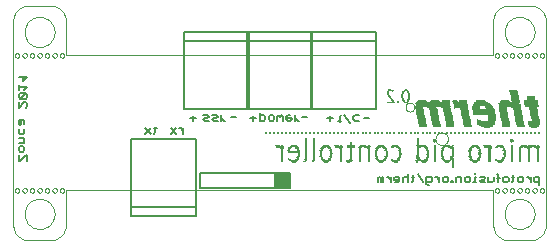
<source format=gbo>
G75*
%MOIN*%
%OFA0B0*%
%FSLAX24Y24*%
%IPPOS*%
%LPD*%
%AMOC8*
5,1,8,0,0,1.08239X$1,22.5*
%
%ADD10C,0.0000*%
%ADD11C,0.0050*%
%ADD12R,0.0080X0.0020*%
%ADD13R,0.0120X0.0020*%
%ADD14R,0.0060X0.0020*%
%ADD15R,0.0140X0.0020*%
%ADD16R,0.0100X0.0020*%
%ADD17R,0.0220X0.0020*%
%ADD18R,0.0200X0.0020*%
%ADD19R,0.0180X0.0020*%
%ADD20R,0.0260X0.0020*%
%ADD21R,0.0240X0.0020*%
%ADD22R,0.0160X0.0020*%
%ADD23R,0.0020X0.0020*%
%ADD24R,0.0040X0.0020*%
%ADD25R,0.0420X0.0020*%
%ADD26R,0.0660X0.0020*%
%ADD27R,0.0360X0.0020*%
%ADD28R,0.0340X0.0020*%
%ADD29R,0.0380X0.0020*%
%ADD30R,0.0280X0.0020*%
%ADD31R,0.0320X0.0020*%
%ADD32R,0.0300X0.0020*%
%ADD33R,0.0400X0.0020*%
%ADD34R,0.0480X0.0020*%
%ADD35R,0.0520X0.0020*%
%ADD36R,0.0580X0.0020*%
%ADD37R,0.0620X0.0020*%
%ADD38R,0.0600X0.0020*%
%ADD39R,0.0760X0.0020*%
%ADD40R,0.0740X0.0020*%
%ADD41R,0.0460X0.0020*%
%ADD42R,0.0440X0.0020*%
%ADD43R,0.0720X0.0020*%
%ADD44R,0.1160X0.0020*%
%ADD45R,0.0700X0.0020*%
%ADD46R,0.0560X0.0020*%
%ADD47R,0.1140X0.0020*%
%ADD48R,0.0680X0.0020*%
%ADD49R,0.1120X0.0020*%
D10*
X004943Y002737D02*
X005693Y002737D01*
X005737Y002739D01*
X005780Y002745D01*
X005822Y002754D01*
X005864Y002767D01*
X005904Y002784D01*
X005943Y002804D01*
X005980Y002827D01*
X006014Y002854D01*
X006047Y002883D01*
X006076Y002916D01*
X006103Y002950D01*
X006126Y002987D01*
X006146Y003026D01*
X006163Y003066D01*
X006176Y003108D01*
X006185Y003150D01*
X006191Y003193D01*
X006193Y003237D01*
X006193Y004393D01*
X020443Y004393D01*
X020443Y003237D01*
X020445Y003193D01*
X020451Y003150D01*
X020460Y003108D01*
X020473Y003066D01*
X020490Y003026D01*
X020510Y002987D01*
X020533Y002950D01*
X020560Y002916D01*
X020589Y002883D01*
X020622Y002854D01*
X020656Y002827D01*
X020693Y002804D01*
X020732Y002784D01*
X020772Y002767D01*
X020814Y002754D01*
X020856Y002745D01*
X020899Y002739D01*
X020943Y002737D01*
X021693Y002737D01*
X021737Y002739D01*
X021780Y002745D01*
X021822Y002754D01*
X021864Y002767D01*
X021904Y002784D01*
X021943Y002804D01*
X021980Y002827D01*
X022014Y002854D01*
X022047Y002883D01*
X022076Y002916D01*
X022103Y002950D01*
X022126Y002987D01*
X022146Y003026D01*
X022163Y003066D01*
X022176Y003108D01*
X022185Y003150D01*
X022191Y003193D01*
X022193Y003237D01*
X022193Y010050D01*
X022191Y010094D01*
X022185Y010137D01*
X022176Y010179D01*
X022163Y010221D01*
X022146Y010261D01*
X022126Y010300D01*
X022103Y010337D01*
X022076Y010371D01*
X022047Y010404D01*
X022014Y010433D01*
X021980Y010460D01*
X021943Y010483D01*
X021904Y010503D01*
X021864Y010520D01*
X021822Y010533D01*
X021780Y010542D01*
X021737Y010548D01*
X021693Y010550D01*
X020943Y010550D01*
X020899Y010548D01*
X020856Y010542D01*
X020814Y010533D01*
X020772Y010520D01*
X020732Y010503D01*
X020693Y010483D01*
X020656Y010460D01*
X020622Y010433D01*
X020589Y010404D01*
X020560Y010371D01*
X020533Y010337D01*
X020510Y010300D01*
X020490Y010261D01*
X020473Y010221D01*
X020460Y010179D01*
X020451Y010137D01*
X020445Y010094D01*
X020443Y010050D01*
X020443Y008893D01*
X006193Y008893D01*
X006193Y010050D01*
X006191Y010094D01*
X006185Y010137D01*
X006176Y010179D01*
X006163Y010221D01*
X006146Y010261D01*
X006126Y010300D01*
X006103Y010337D01*
X006076Y010371D01*
X006047Y010404D01*
X006014Y010433D01*
X005980Y010460D01*
X005943Y010483D01*
X005904Y010503D01*
X005864Y010520D01*
X005822Y010533D01*
X005780Y010542D01*
X005737Y010548D01*
X005693Y010550D01*
X004943Y010550D01*
X004899Y010548D01*
X004856Y010542D01*
X004814Y010533D01*
X004772Y010520D01*
X004732Y010503D01*
X004693Y010483D01*
X004656Y010460D01*
X004622Y010433D01*
X004589Y010404D01*
X004560Y010371D01*
X004533Y010337D01*
X004510Y010300D01*
X004490Y010261D01*
X004473Y010221D01*
X004460Y010179D01*
X004451Y010137D01*
X004445Y010094D01*
X004443Y010050D01*
X004443Y003237D01*
X004445Y003193D01*
X004451Y003150D01*
X004460Y003108D01*
X004473Y003066D01*
X004490Y003026D01*
X004510Y002987D01*
X004533Y002950D01*
X004560Y002916D01*
X004589Y002883D01*
X004622Y002854D01*
X004656Y002827D01*
X004693Y002804D01*
X004732Y002784D01*
X004772Y002767D01*
X004814Y002754D01*
X004856Y002745D01*
X004899Y002739D01*
X004943Y002737D01*
X004818Y003612D02*
X004820Y003656D01*
X004826Y003700D01*
X004836Y003743D01*
X004849Y003785D01*
X004866Y003826D01*
X004887Y003865D01*
X004911Y003902D01*
X004938Y003937D01*
X004968Y003969D01*
X005001Y003999D01*
X005037Y004025D01*
X005074Y004049D01*
X005114Y004068D01*
X005155Y004085D01*
X005198Y004097D01*
X005241Y004106D01*
X005285Y004111D01*
X005329Y004112D01*
X005373Y004109D01*
X005417Y004102D01*
X005460Y004091D01*
X005502Y004077D01*
X005542Y004059D01*
X005581Y004037D01*
X005617Y004013D01*
X005651Y003985D01*
X005683Y003954D01*
X005712Y003920D01*
X005738Y003884D01*
X005760Y003846D01*
X005779Y003806D01*
X005794Y003764D01*
X005806Y003722D01*
X005814Y003678D01*
X005818Y003634D01*
X005818Y003590D01*
X005814Y003546D01*
X005806Y003502D01*
X005794Y003460D01*
X005779Y003418D01*
X005760Y003378D01*
X005738Y003340D01*
X005712Y003304D01*
X005683Y003270D01*
X005651Y003239D01*
X005617Y003211D01*
X005581Y003187D01*
X005542Y003165D01*
X005502Y003147D01*
X005460Y003133D01*
X005417Y003122D01*
X005373Y003115D01*
X005329Y003112D01*
X005285Y003113D01*
X005241Y003118D01*
X005198Y003127D01*
X005155Y003139D01*
X005114Y003156D01*
X005074Y003175D01*
X005037Y003199D01*
X005001Y003225D01*
X004968Y003255D01*
X004938Y003287D01*
X004911Y003322D01*
X004887Y003359D01*
X004866Y003398D01*
X004849Y003439D01*
X004836Y003481D01*
X004826Y003524D01*
X004820Y003568D01*
X004818Y003612D01*
X004743Y004393D02*
X004745Y004410D01*
X004750Y004426D01*
X004759Y004440D01*
X004771Y004452D01*
X004785Y004461D01*
X004801Y004466D01*
X004818Y004468D01*
X004835Y004466D01*
X004851Y004461D01*
X004865Y004452D01*
X004877Y004440D01*
X004886Y004426D01*
X004891Y004410D01*
X004893Y004393D01*
X004891Y004376D01*
X004886Y004360D01*
X004877Y004346D01*
X004865Y004334D01*
X004851Y004325D01*
X004835Y004320D01*
X004818Y004318D01*
X004801Y004320D01*
X004785Y004325D01*
X004771Y004334D01*
X004759Y004346D01*
X004750Y004360D01*
X004745Y004376D01*
X004743Y004393D01*
X004493Y004393D02*
X004495Y004410D01*
X004500Y004426D01*
X004509Y004440D01*
X004521Y004452D01*
X004535Y004461D01*
X004551Y004466D01*
X004568Y004468D01*
X004585Y004466D01*
X004601Y004461D01*
X004615Y004452D01*
X004627Y004440D01*
X004636Y004426D01*
X004641Y004410D01*
X004643Y004393D01*
X004641Y004376D01*
X004636Y004360D01*
X004627Y004346D01*
X004615Y004334D01*
X004601Y004325D01*
X004585Y004320D01*
X004568Y004318D01*
X004551Y004320D01*
X004535Y004325D01*
X004521Y004334D01*
X004509Y004346D01*
X004500Y004360D01*
X004495Y004376D01*
X004493Y004393D01*
X004993Y004393D02*
X004995Y004410D01*
X005000Y004426D01*
X005009Y004440D01*
X005021Y004452D01*
X005035Y004461D01*
X005051Y004466D01*
X005068Y004468D01*
X005085Y004466D01*
X005101Y004461D01*
X005115Y004452D01*
X005127Y004440D01*
X005136Y004426D01*
X005141Y004410D01*
X005143Y004393D01*
X005141Y004376D01*
X005136Y004360D01*
X005127Y004346D01*
X005115Y004334D01*
X005101Y004325D01*
X005085Y004320D01*
X005068Y004318D01*
X005051Y004320D01*
X005035Y004325D01*
X005021Y004334D01*
X005009Y004346D01*
X005000Y004360D01*
X004995Y004376D01*
X004993Y004393D01*
X005243Y004393D02*
X005245Y004410D01*
X005250Y004426D01*
X005259Y004440D01*
X005271Y004452D01*
X005285Y004461D01*
X005301Y004466D01*
X005318Y004468D01*
X005335Y004466D01*
X005351Y004461D01*
X005365Y004452D01*
X005377Y004440D01*
X005386Y004426D01*
X005391Y004410D01*
X005393Y004393D01*
X005391Y004376D01*
X005386Y004360D01*
X005377Y004346D01*
X005365Y004334D01*
X005351Y004325D01*
X005335Y004320D01*
X005318Y004318D01*
X005301Y004320D01*
X005285Y004325D01*
X005271Y004334D01*
X005259Y004346D01*
X005250Y004360D01*
X005245Y004376D01*
X005243Y004393D01*
X005493Y004393D02*
X005495Y004410D01*
X005500Y004426D01*
X005509Y004440D01*
X005521Y004452D01*
X005535Y004461D01*
X005551Y004466D01*
X005568Y004468D01*
X005585Y004466D01*
X005601Y004461D01*
X005615Y004452D01*
X005627Y004440D01*
X005636Y004426D01*
X005641Y004410D01*
X005643Y004393D01*
X005641Y004376D01*
X005636Y004360D01*
X005627Y004346D01*
X005615Y004334D01*
X005601Y004325D01*
X005585Y004320D01*
X005568Y004318D01*
X005551Y004320D01*
X005535Y004325D01*
X005521Y004334D01*
X005509Y004346D01*
X005500Y004360D01*
X005495Y004376D01*
X005493Y004393D01*
X005743Y004393D02*
X005745Y004410D01*
X005750Y004426D01*
X005759Y004440D01*
X005771Y004452D01*
X005785Y004461D01*
X005801Y004466D01*
X005818Y004468D01*
X005835Y004466D01*
X005851Y004461D01*
X005865Y004452D01*
X005877Y004440D01*
X005886Y004426D01*
X005891Y004410D01*
X005893Y004393D01*
X005891Y004376D01*
X005886Y004360D01*
X005877Y004346D01*
X005865Y004334D01*
X005851Y004325D01*
X005835Y004320D01*
X005818Y004318D01*
X005801Y004320D01*
X005785Y004325D01*
X005771Y004334D01*
X005759Y004346D01*
X005750Y004360D01*
X005745Y004376D01*
X005743Y004393D01*
X005993Y004393D02*
X005995Y004410D01*
X006000Y004426D01*
X006009Y004440D01*
X006021Y004452D01*
X006035Y004461D01*
X006051Y004466D01*
X006068Y004468D01*
X006085Y004466D01*
X006101Y004461D01*
X006115Y004452D01*
X006127Y004440D01*
X006136Y004426D01*
X006141Y004410D01*
X006143Y004393D01*
X006141Y004376D01*
X006136Y004360D01*
X006127Y004346D01*
X006115Y004334D01*
X006101Y004325D01*
X006085Y004320D01*
X006068Y004318D01*
X006051Y004320D01*
X006035Y004325D01*
X006021Y004334D01*
X006009Y004346D01*
X006000Y004360D01*
X005995Y004376D01*
X005993Y004393D01*
X005993Y008893D02*
X005995Y008910D01*
X006000Y008926D01*
X006009Y008940D01*
X006021Y008952D01*
X006035Y008961D01*
X006051Y008966D01*
X006068Y008968D01*
X006085Y008966D01*
X006101Y008961D01*
X006115Y008952D01*
X006127Y008940D01*
X006136Y008926D01*
X006141Y008910D01*
X006143Y008893D01*
X006141Y008876D01*
X006136Y008860D01*
X006127Y008846D01*
X006115Y008834D01*
X006101Y008825D01*
X006085Y008820D01*
X006068Y008818D01*
X006051Y008820D01*
X006035Y008825D01*
X006021Y008834D01*
X006009Y008846D01*
X006000Y008860D01*
X005995Y008876D01*
X005993Y008893D01*
X005743Y008893D02*
X005745Y008910D01*
X005750Y008926D01*
X005759Y008940D01*
X005771Y008952D01*
X005785Y008961D01*
X005801Y008966D01*
X005818Y008968D01*
X005835Y008966D01*
X005851Y008961D01*
X005865Y008952D01*
X005877Y008940D01*
X005886Y008926D01*
X005891Y008910D01*
X005893Y008893D01*
X005891Y008876D01*
X005886Y008860D01*
X005877Y008846D01*
X005865Y008834D01*
X005851Y008825D01*
X005835Y008820D01*
X005818Y008818D01*
X005801Y008820D01*
X005785Y008825D01*
X005771Y008834D01*
X005759Y008846D01*
X005750Y008860D01*
X005745Y008876D01*
X005743Y008893D01*
X005493Y008893D02*
X005495Y008910D01*
X005500Y008926D01*
X005509Y008940D01*
X005521Y008952D01*
X005535Y008961D01*
X005551Y008966D01*
X005568Y008968D01*
X005585Y008966D01*
X005601Y008961D01*
X005615Y008952D01*
X005627Y008940D01*
X005636Y008926D01*
X005641Y008910D01*
X005643Y008893D01*
X005641Y008876D01*
X005636Y008860D01*
X005627Y008846D01*
X005615Y008834D01*
X005601Y008825D01*
X005585Y008820D01*
X005568Y008818D01*
X005551Y008820D01*
X005535Y008825D01*
X005521Y008834D01*
X005509Y008846D01*
X005500Y008860D01*
X005495Y008876D01*
X005493Y008893D01*
X005243Y008893D02*
X005245Y008910D01*
X005250Y008926D01*
X005259Y008940D01*
X005271Y008952D01*
X005285Y008961D01*
X005301Y008966D01*
X005318Y008968D01*
X005335Y008966D01*
X005351Y008961D01*
X005365Y008952D01*
X005377Y008940D01*
X005386Y008926D01*
X005391Y008910D01*
X005393Y008893D01*
X005391Y008876D01*
X005386Y008860D01*
X005377Y008846D01*
X005365Y008834D01*
X005351Y008825D01*
X005335Y008820D01*
X005318Y008818D01*
X005301Y008820D01*
X005285Y008825D01*
X005271Y008834D01*
X005259Y008846D01*
X005250Y008860D01*
X005245Y008876D01*
X005243Y008893D01*
X004993Y008893D02*
X004995Y008910D01*
X005000Y008926D01*
X005009Y008940D01*
X005021Y008952D01*
X005035Y008961D01*
X005051Y008966D01*
X005068Y008968D01*
X005085Y008966D01*
X005101Y008961D01*
X005115Y008952D01*
X005127Y008940D01*
X005136Y008926D01*
X005141Y008910D01*
X005143Y008893D01*
X005141Y008876D01*
X005136Y008860D01*
X005127Y008846D01*
X005115Y008834D01*
X005101Y008825D01*
X005085Y008820D01*
X005068Y008818D01*
X005051Y008820D01*
X005035Y008825D01*
X005021Y008834D01*
X005009Y008846D01*
X005000Y008860D01*
X004995Y008876D01*
X004993Y008893D01*
X004743Y008893D02*
X004745Y008910D01*
X004750Y008926D01*
X004759Y008940D01*
X004771Y008952D01*
X004785Y008961D01*
X004801Y008966D01*
X004818Y008968D01*
X004835Y008966D01*
X004851Y008961D01*
X004865Y008952D01*
X004877Y008940D01*
X004886Y008926D01*
X004891Y008910D01*
X004893Y008893D01*
X004891Y008876D01*
X004886Y008860D01*
X004877Y008846D01*
X004865Y008834D01*
X004851Y008825D01*
X004835Y008820D01*
X004818Y008818D01*
X004801Y008820D01*
X004785Y008825D01*
X004771Y008834D01*
X004759Y008846D01*
X004750Y008860D01*
X004745Y008876D01*
X004743Y008893D01*
X004493Y008893D02*
X004495Y008910D01*
X004500Y008926D01*
X004509Y008940D01*
X004521Y008952D01*
X004535Y008961D01*
X004551Y008966D01*
X004568Y008968D01*
X004585Y008966D01*
X004601Y008961D01*
X004615Y008952D01*
X004627Y008940D01*
X004636Y008926D01*
X004641Y008910D01*
X004643Y008893D01*
X004641Y008876D01*
X004636Y008860D01*
X004627Y008846D01*
X004615Y008834D01*
X004601Y008825D01*
X004585Y008820D01*
X004568Y008818D01*
X004551Y008820D01*
X004535Y008825D01*
X004521Y008834D01*
X004509Y008846D01*
X004500Y008860D01*
X004495Y008876D01*
X004493Y008893D01*
X004818Y009675D02*
X004820Y009719D01*
X004826Y009763D01*
X004836Y009806D01*
X004849Y009848D01*
X004866Y009889D01*
X004887Y009928D01*
X004911Y009965D01*
X004938Y010000D01*
X004968Y010032D01*
X005001Y010062D01*
X005037Y010088D01*
X005074Y010112D01*
X005114Y010131D01*
X005155Y010148D01*
X005198Y010160D01*
X005241Y010169D01*
X005285Y010174D01*
X005329Y010175D01*
X005373Y010172D01*
X005417Y010165D01*
X005460Y010154D01*
X005502Y010140D01*
X005542Y010122D01*
X005581Y010100D01*
X005617Y010076D01*
X005651Y010048D01*
X005683Y010017D01*
X005712Y009983D01*
X005738Y009947D01*
X005760Y009909D01*
X005779Y009869D01*
X005794Y009827D01*
X005806Y009785D01*
X005814Y009741D01*
X005818Y009697D01*
X005818Y009653D01*
X005814Y009609D01*
X005806Y009565D01*
X005794Y009523D01*
X005779Y009481D01*
X005760Y009441D01*
X005738Y009403D01*
X005712Y009367D01*
X005683Y009333D01*
X005651Y009302D01*
X005617Y009274D01*
X005581Y009250D01*
X005542Y009228D01*
X005502Y009210D01*
X005460Y009196D01*
X005417Y009185D01*
X005373Y009178D01*
X005329Y009175D01*
X005285Y009176D01*
X005241Y009181D01*
X005198Y009190D01*
X005155Y009202D01*
X005114Y009219D01*
X005074Y009238D01*
X005037Y009262D01*
X005001Y009288D01*
X004968Y009318D01*
X004938Y009350D01*
X004911Y009385D01*
X004887Y009422D01*
X004866Y009461D01*
X004849Y009502D01*
X004836Y009544D01*
X004826Y009587D01*
X004820Y009631D01*
X004818Y009675D01*
X017516Y007172D02*
X017518Y007196D01*
X017524Y007219D01*
X017533Y007241D01*
X017546Y007261D01*
X017561Y007279D01*
X017580Y007294D01*
X017601Y007306D01*
X017623Y007314D01*
X017646Y007319D01*
X017670Y007320D01*
X017694Y007317D01*
X017716Y007310D01*
X017738Y007300D01*
X017758Y007287D01*
X017775Y007270D01*
X017789Y007251D01*
X017800Y007230D01*
X017808Y007207D01*
X017812Y007184D01*
X017812Y007160D01*
X017808Y007137D01*
X017800Y007114D01*
X017789Y007093D01*
X017775Y007074D01*
X017758Y007057D01*
X017738Y007044D01*
X017716Y007034D01*
X017694Y007027D01*
X017670Y007024D01*
X017646Y007025D01*
X017623Y007030D01*
X017601Y007038D01*
X017580Y007050D01*
X017561Y007065D01*
X017546Y007083D01*
X017533Y007103D01*
X017524Y007125D01*
X017518Y007148D01*
X017516Y007172D01*
X018515Y006114D02*
X018517Y006142D01*
X018523Y006170D01*
X018532Y006196D01*
X018545Y006222D01*
X018561Y006245D01*
X018581Y006265D01*
X018603Y006283D01*
X018627Y006298D01*
X018653Y006309D01*
X018680Y006317D01*
X018708Y006321D01*
X018736Y006321D01*
X018764Y006317D01*
X018791Y006309D01*
X018817Y006298D01*
X018841Y006283D01*
X018863Y006265D01*
X018883Y006245D01*
X018899Y006222D01*
X018912Y006196D01*
X018921Y006170D01*
X018927Y006142D01*
X018929Y006114D01*
X018927Y006086D01*
X018921Y006058D01*
X018912Y006032D01*
X018899Y006006D01*
X018883Y005983D01*
X018863Y005963D01*
X018841Y005945D01*
X018817Y005930D01*
X018791Y005919D01*
X018764Y005911D01*
X018736Y005907D01*
X018708Y005907D01*
X018680Y005911D01*
X018653Y005919D01*
X018627Y005930D01*
X018603Y005945D01*
X018581Y005963D01*
X018561Y005983D01*
X018545Y006006D01*
X018532Y006032D01*
X018523Y006058D01*
X018517Y006086D01*
X018515Y006114D01*
X020493Y004393D02*
X020495Y004410D01*
X020500Y004426D01*
X020509Y004440D01*
X020521Y004452D01*
X020535Y004461D01*
X020551Y004466D01*
X020568Y004468D01*
X020585Y004466D01*
X020601Y004461D01*
X020615Y004452D01*
X020627Y004440D01*
X020636Y004426D01*
X020641Y004410D01*
X020643Y004393D01*
X020641Y004376D01*
X020636Y004360D01*
X020627Y004346D01*
X020615Y004334D01*
X020601Y004325D01*
X020585Y004320D01*
X020568Y004318D01*
X020551Y004320D01*
X020535Y004325D01*
X020521Y004334D01*
X020509Y004346D01*
X020500Y004360D01*
X020495Y004376D01*
X020493Y004393D01*
X020743Y004393D02*
X020745Y004410D01*
X020750Y004426D01*
X020759Y004440D01*
X020771Y004452D01*
X020785Y004461D01*
X020801Y004466D01*
X020818Y004468D01*
X020835Y004466D01*
X020851Y004461D01*
X020865Y004452D01*
X020877Y004440D01*
X020886Y004426D01*
X020891Y004410D01*
X020893Y004393D01*
X020891Y004376D01*
X020886Y004360D01*
X020877Y004346D01*
X020865Y004334D01*
X020851Y004325D01*
X020835Y004320D01*
X020818Y004318D01*
X020801Y004320D01*
X020785Y004325D01*
X020771Y004334D01*
X020759Y004346D01*
X020750Y004360D01*
X020745Y004376D01*
X020743Y004393D01*
X020993Y004393D02*
X020995Y004410D01*
X021000Y004426D01*
X021009Y004440D01*
X021021Y004452D01*
X021035Y004461D01*
X021051Y004466D01*
X021068Y004468D01*
X021085Y004466D01*
X021101Y004461D01*
X021115Y004452D01*
X021127Y004440D01*
X021136Y004426D01*
X021141Y004410D01*
X021143Y004393D01*
X021141Y004376D01*
X021136Y004360D01*
X021127Y004346D01*
X021115Y004334D01*
X021101Y004325D01*
X021085Y004320D01*
X021068Y004318D01*
X021051Y004320D01*
X021035Y004325D01*
X021021Y004334D01*
X021009Y004346D01*
X021000Y004360D01*
X020995Y004376D01*
X020993Y004393D01*
X021243Y004393D02*
X021245Y004410D01*
X021250Y004426D01*
X021259Y004440D01*
X021271Y004452D01*
X021285Y004461D01*
X021301Y004466D01*
X021318Y004468D01*
X021335Y004466D01*
X021351Y004461D01*
X021365Y004452D01*
X021377Y004440D01*
X021386Y004426D01*
X021391Y004410D01*
X021393Y004393D01*
X021391Y004376D01*
X021386Y004360D01*
X021377Y004346D01*
X021365Y004334D01*
X021351Y004325D01*
X021335Y004320D01*
X021318Y004318D01*
X021301Y004320D01*
X021285Y004325D01*
X021271Y004334D01*
X021259Y004346D01*
X021250Y004360D01*
X021245Y004376D01*
X021243Y004393D01*
X021493Y004393D02*
X021495Y004410D01*
X021500Y004426D01*
X021509Y004440D01*
X021521Y004452D01*
X021535Y004461D01*
X021551Y004466D01*
X021568Y004468D01*
X021585Y004466D01*
X021601Y004461D01*
X021615Y004452D01*
X021627Y004440D01*
X021636Y004426D01*
X021641Y004410D01*
X021643Y004393D01*
X021641Y004376D01*
X021636Y004360D01*
X021627Y004346D01*
X021615Y004334D01*
X021601Y004325D01*
X021585Y004320D01*
X021568Y004318D01*
X021551Y004320D01*
X021535Y004325D01*
X021521Y004334D01*
X021509Y004346D01*
X021500Y004360D01*
X021495Y004376D01*
X021493Y004393D01*
X021743Y004393D02*
X021745Y004410D01*
X021750Y004426D01*
X021759Y004440D01*
X021771Y004452D01*
X021785Y004461D01*
X021801Y004466D01*
X021818Y004468D01*
X021835Y004466D01*
X021851Y004461D01*
X021865Y004452D01*
X021877Y004440D01*
X021886Y004426D01*
X021891Y004410D01*
X021893Y004393D01*
X021891Y004376D01*
X021886Y004360D01*
X021877Y004346D01*
X021865Y004334D01*
X021851Y004325D01*
X021835Y004320D01*
X021818Y004318D01*
X021801Y004320D01*
X021785Y004325D01*
X021771Y004334D01*
X021759Y004346D01*
X021750Y004360D01*
X021745Y004376D01*
X021743Y004393D01*
X021993Y004393D02*
X021995Y004410D01*
X022000Y004426D01*
X022009Y004440D01*
X022021Y004452D01*
X022035Y004461D01*
X022051Y004466D01*
X022068Y004468D01*
X022085Y004466D01*
X022101Y004461D01*
X022115Y004452D01*
X022127Y004440D01*
X022136Y004426D01*
X022141Y004410D01*
X022143Y004393D01*
X022141Y004376D01*
X022136Y004360D01*
X022127Y004346D01*
X022115Y004334D01*
X022101Y004325D01*
X022085Y004320D01*
X022068Y004318D01*
X022051Y004320D01*
X022035Y004325D01*
X022021Y004334D01*
X022009Y004346D01*
X022000Y004360D01*
X021995Y004376D01*
X021993Y004393D01*
X020818Y003612D02*
X020820Y003656D01*
X020826Y003700D01*
X020836Y003743D01*
X020849Y003785D01*
X020866Y003826D01*
X020887Y003865D01*
X020911Y003902D01*
X020938Y003937D01*
X020968Y003969D01*
X021001Y003999D01*
X021037Y004025D01*
X021074Y004049D01*
X021114Y004068D01*
X021155Y004085D01*
X021198Y004097D01*
X021241Y004106D01*
X021285Y004111D01*
X021329Y004112D01*
X021373Y004109D01*
X021417Y004102D01*
X021460Y004091D01*
X021502Y004077D01*
X021542Y004059D01*
X021581Y004037D01*
X021617Y004013D01*
X021651Y003985D01*
X021683Y003954D01*
X021712Y003920D01*
X021738Y003884D01*
X021760Y003846D01*
X021779Y003806D01*
X021794Y003764D01*
X021806Y003722D01*
X021814Y003678D01*
X021818Y003634D01*
X021818Y003590D01*
X021814Y003546D01*
X021806Y003502D01*
X021794Y003460D01*
X021779Y003418D01*
X021760Y003378D01*
X021738Y003340D01*
X021712Y003304D01*
X021683Y003270D01*
X021651Y003239D01*
X021617Y003211D01*
X021581Y003187D01*
X021542Y003165D01*
X021502Y003147D01*
X021460Y003133D01*
X021417Y003122D01*
X021373Y003115D01*
X021329Y003112D01*
X021285Y003113D01*
X021241Y003118D01*
X021198Y003127D01*
X021155Y003139D01*
X021114Y003156D01*
X021074Y003175D01*
X021037Y003199D01*
X021001Y003225D01*
X020968Y003255D01*
X020938Y003287D01*
X020911Y003322D01*
X020887Y003359D01*
X020866Y003398D01*
X020849Y003439D01*
X020836Y003481D01*
X020826Y003524D01*
X020820Y003568D01*
X020818Y003612D01*
X020743Y008893D02*
X020745Y008910D01*
X020750Y008926D01*
X020759Y008940D01*
X020771Y008952D01*
X020785Y008961D01*
X020801Y008966D01*
X020818Y008968D01*
X020835Y008966D01*
X020851Y008961D01*
X020865Y008952D01*
X020877Y008940D01*
X020886Y008926D01*
X020891Y008910D01*
X020893Y008893D01*
X020891Y008876D01*
X020886Y008860D01*
X020877Y008846D01*
X020865Y008834D01*
X020851Y008825D01*
X020835Y008820D01*
X020818Y008818D01*
X020801Y008820D01*
X020785Y008825D01*
X020771Y008834D01*
X020759Y008846D01*
X020750Y008860D01*
X020745Y008876D01*
X020743Y008893D01*
X020493Y008893D02*
X020495Y008910D01*
X020500Y008926D01*
X020509Y008940D01*
X020521Y008952D01*
X020535Y008961D01*
X020551Y008966D01*
X020568Y008968D01*
X020585Y008966D01*
X020601Y008961D01*
X020615Y008952D01*
X020627Y008940D01*
X020636Y008926D01*
X020641Y008910D01*
X020643Y008893D01*
X020641Y008876D01*
X020636Y008860D01*
X020627Y008846D01*
X020615Y008834D01*
X020601Y008825D01*
X020585Y008820D01*
X020568Y008818D01*
X020551Y008820D01*
X020535Y008825D01*
X020521Y008834D01*
X020509Y008846D01*
X020500Y008860D01*
X020495Y008876D01*
X020493Y008893D01*
X020993Y008893D02*
X020995Y008910D01*
X021000Y008926D01*
X021009Y008940D01*
X021021Y008952D01*
X021035Y008961D01*
X021051Y008966D01*
X021068Y008968D01*
X021085Y008966D01*
X021101Y008961D01*
X021115Y008952D01*
X021127Y008940D01*
X021136Y008926D01*
X021141Y008910D01*
X021143Y008893D01*
X021141Y008876D01*
X021136Y008860D01*
X021127Y008846D01*
X021115Y008834D01*
X021101Y008825D01*
X021085Y008820D01*
X021068Y008818D01*
X021051Y008820D01*
X021035Y008825D01*
X021021Y008834D01*
X021009Y008846D01*
X021000Y008860D01*
X020995Y008876D01*
X020993Y008893D01*
X021243Y008893D02*
X021245Y008910D01*
X021250Y008926D01*
X021259Y008940D01*
X021271Y008952D01*
X021285Y008961D01*
X021301Y008966D01*
X021318Y008968D01*
X021335Y008966D01*
X021351Y008961D01*
X021365Y008952D01*
X021377Y008940D01*
X021386Y008926D01*
X021391Y008910D01*
X021393Y008893D01*
X021391Y008876D01*
X021386Y008860D01*
X021377Y008846D01*
X021365Y008834D01*
X021351Y008825D01*
X021335Y008820D01*
X021318Y008818D01*
X021301Y008820D01*
X021285Y008825D01*
X021271Y008834D01*
X021259Y008846D01*
X021250Y008860D01*
X021245Y008876D01*
X021243Y008893D01*
X021493Y008893D02*
X021495Y008910D01*
X021500Y008926D01*
X021509Y008940D01*
X021521Y008952D01*
X021535Y008961D01*
X021551Y008966D01*
X021568Y008968D01*
X021585Y008966D01*
X021601Y008961D01*
X021615Y008952D01*
X021627Y008940D01*
X021636Y008926D01*
X021641Y008910D01*
X021643Y008893D01*
X021641Y008876D01*
X021636Y008860D01*
X021627Y008846D01*
X021615Y008834D01*
X021601Y008825D01*
X021585Y008820D01*
X021568Y008818D01*
X021551Y008820D01*
X021535Y008825D01*
X021521Y008834D01*
X021509Y008846D01*
X021500Y008860D01*
X021495Y008876D01*
X021493Y008893D01*
X021743Y008893D02*
X021745Y008910D01*
X021750Y008926D01*
X021759Y008940D01*
X021771Y008952D01*
X021785Y008961D01*
X021801Y008966D01*
X021818Y008968D01*
X021835Y008966D01*
X021851Y008961D01*
X021865Y008952D01*
X021877Y008940D01*
X021886Y008926D01*
X021891Y008910D01*
X021893Y008893D01*
X021891Y008876D01*
X021886Y008860D01*
X021877Y008846D01*
X021865Y008834D01*
X021851Y008825D01*
X021835Y008820D01*
X021818Y008818D01*
X021801Y008820D01*
X021785Y008825D01*
X021771Y008834D01*
X021759Y008846D01*
X021750Y008860D01*
X021745Y008876D01*
X021743Y008893D01*
X021993Y008893D02*
X021995Y008910D01*
X022000Y008926D01*
X022009Y008940D01*
X022021Y008952D01*
X022035Y008961D01*
X022051Y008966D01*
X022068Y008968D01*
X022085Y008966D01*
X022101Y008961D01*
X022115Y008952D01*
X022127Y008940D01*
X022136Y008926D01*
X022141Y008910D01*
X022143Y008893D01*
X022141Y008876D01*
X022136Y008860D01*
X022127Y008846D01*
X022115Y008834D01*
X022101Y008825D01*
X022085Y008820D01*
X022068Y008818D01*
X022051Y008820D01*
X022035Y008825D01*
X022021Y008834D01*
X022009Y008846D01*
X022000Y008860D01*
X021995Y008876D01*
X021993Y008893D01*
X020818Y009675D02*
X020820Y009719D01*
X020826Y009763D01*
X020836Y009806D01*
X020849Y009848D01*
X020866Y009889D01*
X020887Y009928D01*
X020911Y009965D01*
X020938Y010000D01*
X020968Y010032D01*
X021001Y010062D01*
X021037Y010088D01*
X021074Y010112D01*
X021114Y010131D01*
X021155Y010148D01*
X021198Y010160D01*
X021241Y010169D01*
X021285Y010174D01*
X021329Y010175D01*
X021373Y010172D01*
X021417Y010165D01*
X021460Y010154D01*
X021502Y010140D01*
X021542Y010122D01*
X021581Y010100D01*
X021617Y010076D01*
X021651Y010048D01*
X021683Y010017D01*
X021712Y009983D01*
X021738Y009947D01*
X021760Y009909D01*
X021779Y009869D01*
X021794Y009827D01*
X021806Y009785D01*
X021814Y009741D01*
X021818Y009697D01*
X021818Y009653D01*
X021814Y009609D01*
X021806Y009565D01*
X021794Y009523D01*
X021779Y009481D01*
X021760Y009441D01*
X021738Y009403D01*
X021712Y009367D01*
X021683Y009333D01*
X021651Y009302D01*
X021617Y009274D01*
X021581Y009250D01*
X021542Y009228D01*
X021502Y009210D01*
X021460Y009196D01*
X021417Y009185D01*
X021373Y009178D01*
X021329Y009175D01*
X021285Y009176D01*
X021241Y009181D01*
X021198Y009190D01*
X021155Y009202D01*
X021114Y009219D01*
X021074Y009238D01*
X021037Y009262D01*
X021001Y009288D01*
X020968Y009318D01*
X020938Y009350D01*
X020911Y009385D01*
X020887Y009422D01*
X020866Y009461D01*
X020849Y009502D01*
X020836Y009544D01*
X020826Y009587D01*
X020820Y009631D01*
X020818Y009675D01*
D11*
X016533Y009673D02*
X016533Y009378D01*
X014368Y009378D01*
X014368Y007114D01*
X016533Y007114D01*
X016533Y009378D01*
X016533Y009673D02*
X014368Y009673D01*
X014368Y009378D01*
X014408Y009378D02*
X012243Y009378D01*
X012243Y007114D01*
X014408Y007114D01*
X014408Y009378D01*
X014408Y009673D01*
X012243Y009673D01*
X012243Y009378D01*
X012283Y009378D02*
X010118Y009378D01*
X010118Y007114D01*
X012283Y007114D01*
X012283Y009378D01*
X012283Y009673D01*
X010118Y009673D01*
X010118Y009378D01*
X012655Y006990D02*
X012655Y006719D01*
X012790Y006719D01*
X012836Y006764D01*
X012836Y006855D01*
X012790Y006900D01*
X012655Y006900D01*
X012523Y006796D02*
X012343Y006796D01*
X012433Y006706D02*
X012433Y006886D01*
X012950Y006855D02*
X012950Y006764D01*
X012995Y006719D01*
X013085Y006719D01*
X013130Y006764D01*
X013130Y006855D01*
X013085Y006900D01*
X012995Y006900D01*
X012950Y006855D01*
X013245Y006855D02*
X013245Y006719D01*
X013245Y006855D02*
X013290Y006900D01*
X013335Y006855D01*
X013380Y006900D01*
X013425Y006855D01*
X013425Y006719D01*
X013539Y006764D02*
X013539Y006855D01*
X013584Y006900D01*
X013674Y006900D01*
X013719Y006809D02*
X013539Y006809D01*
X013539Y006764D02*
X013584Y006719D01*
X013674Y006719D01*
X013719Y006764D01*
X013719Y006809D01*
X013834Y006809D02*
X013924Y006719D01*
X013969Y006719D01*
X013834Y006719D02*
X013834Y006900D01*
X014062Y006827D02*
X014242Y006827D01*
X014905Y006796D02*
X015086Y006796D01*
X014995Y006706D02*
X014995Y006886D01*
X015280Y006719D02*
X015370Y006719D01*
X015325Y006674D02*
X015325Y006855D01*
X015370Y006900D01*
X015477Y006900D02*
X015657Y006629D01*
X015771Y006764D02*
X015771Y006855D01*
X015816Y006900D01*
X015952Y006900D01*
X015952Y006719D02*
X015816Y006719D01*
X015771Y006764D01*
X016124Y006796D02*
X016304Y006796D01*
X017610Y004939D02*
X017610Y004668D01*
X017716Y004668D02*
X017761Y004713D01*
X017761Y004893D01*
X017806Y004848D02*
X017716Y004848D01*
X017610Y004803D02*
X017565Y004848D01*
X017475Y004848D01*
X017430Y004803D01*
X017430Y004668D01*
X017315Y004713D02*
X017270Y004668D01*
X017180Y004668D01*
X017135Y004758D02*
X017315Y004758D01*
X017315Y004713D02*
X017315Y004803D01*
X017270Y004848D01*
X017180Y004848D01*
X017135Y004803D01*
X017135Y004758D01*
X017020Y004758D02*
X016930Y004848D01*
X016885Y004848D01*
X016775Y004848D02*
X016730Y004848D01*
X016685Y004803D01*
X016640Y004848D01*
X016595Y004803D01*
X016595Y004668D01*
X016685Y004668D02*
X016685Y004803D01*
X016775Y004848D02*
X016775Y004668D01*
X017020Y004668D02*
X017020Y004848D01*
X017921Y004939D02*
X018101Y004668D01*
X018215Y004668D02*
X018350Y004668D01*
X018395Y004713D01*
X018395Y004803D01*
X018350Y004848D01*
X018215Y004848D01*
X018215Y004623D01*
X018260Y004578D01*
X018305Y004578D01*
X018506Y004848D02*
X018551Y004848D01*
X018641Y004758D01*
X018641Y004668D02*
X018641Y004848D01*
X018755Y004803D02*
X018800Y004848D01*
X018891Y004848D01*
X018936Y004803D01*
X018936Y004713D01*
X018891Y004668D01*
X018800Y004668D01*
X018755Y004713D01*
X018755Y004803D01*
X019038Y004713D02*
X019038Y004668D01*
X019083Y004668D01*
X019083Y004713D01*
X019038Y004713D01*
X019197Y004668D02*
X019197Y004803D01*
X019242Y004848D01*
X019378Y004848D01*
X019378Y004668D01*
X019492Y004713D02*
X019492Y004803D01*
X019537Y004848D01*
X019627Y004848D01*
X019672Y004803D01*
X019672Y004713D01*
X019627Y004668D01*
X019537Y004668D01*
X019492Y004713D01*
X019779Y004668D02*
X019869Y004668D01*
X019824Y004668D02*
X019824Y004848D01*
X019869Y004848D01*
X019824Y004939D02*
X019824Y004984D01*
X019983Y004848D02*
X020118Y004848D01*
X020163Y004803D01*
X020118Y004758D01*
X020028Y004758D01*
X019983Y004713D01*
X020028Y004668D01*
X020163Y004668D01*
X020278Y004668D02*
X020278Y004848D01*
X020458Y004848D02*
X020458Y004713D01*
X020413Y004668D01*
X020278Y004668D01*
X020609Y004668D02*
X020609Y004893D01*
X020564Y004939D01*
X020564Y004803D02*
X020654Y004803D01*
X020769Y004803D02*
X020769Y004713D01*
X020814Y004668D01*
X020904Y004668D01*
X020949Y004713D01*
X020949Y004803D01*
X020904Y004848D01*
X020814Y004848D01*
X020769Y004803D01*
X021055Y004848D02*
X021146Y004848D01*
X021100Y004893D02*
X021100Y004713D01*
X021055Y004668D01*
X021260Y004713D02*
X021260Y004803D01*
X021305Y004848D01*
X021395Y004848D01*
X021440Y004803D01*
X021440Y004713D01*
X021395Y004668D01*
X021305Y004668D01*
X021260Y004713D01*
X021551Y004848D02*
X021596Y004848D01*
X021686Y004758D01*
X021686Y004668D02*
X021686Y004848D01*
X021800Y004803D02*
X021800Y004713D01*
X021845Y004668D01*
X021980Y004668D01*
X021980Y004578D02*
X021980Y004848D01*
X021845Y004848D01*
X021800Y004803D01*
X013662Y004785D02*
X013162Y004785D01*
X013162Y004833D02*
X013662Y004833D01*
X013662Y004882D02*
X013162Y004882D01*
X013162Y004930D02*
X013662Y004930D01*
X013662Y004979D02*
X013162Y004979D01*
X013162Y004987D02*
X013662Y004987D01*
X013662Y004487D01*
X013162Y004487D01*
X013162Y004987D01*
X013162Y004736D02*
X013662Y004736D01*
X013662Y004688D02*
X013162Y004688D01*
X013162Y004639D02*
X013662Y004639D01*
X013662Y004591D02*
X013162Y004591D01*
X013162Y004542D02*
X013662Y004542D01*
X013662Y004494D02*
X013162Y004494D01*
X013662Y004487D02*
X010662Y004487D01*
X010662Y004987D01*
X013662Y004987D01*
X013662Y004487D01*
X010518Y003847D02*
X010518Y006110D01*
X008352Y006110D01*
X008352Y003847D01*
X010518Y003847D01*
X010518Y003551D01*
X008352Y003551D01*
X008352Y003847D01*
X004894Y005387D02*
X004894Y005567D01*
X004849Y005567D01*
X004669Y005387D01*
X004624Y005387D01*
X004624Y005567D01*
X004669Y005682D02*
X004624Y005727D01*
X004624Y005817D01*
X004669Y005862D01*
X004759Y005862D01*
X004804Y005817D01*
X004804Y005727D01*
X004759Y005682D01*
X004669Y005682D01*
X004624Y005976D02*
X004804Y005976D01*
X004804Y006111D01*
X004759Y006157D01*
X004624Y006157D01*
X004669Y006271D02*
X004624Y006316D01*
X004624Y006451D01*
X004669Y006566D02*
X004624Y006611D01*
X004624Y006746D01*
X004759Y006746D01*
X004804Y006701D01*
X004804Y006611D01*
X004714Y006611D02*
X004714Y006746D01*
X004714Y006611D02*
X004669Y006566D01*
X004804Y006451D02*
X004804Y006316D01*
X004759Y006271D01*
X004669Y006271D01*
X004624Y007155D02*
X004804Y007335D01*
X004849Y007335D01*
X004894Y007290D01*
X004894Y007200D01*
X004849Y007155D01*
X004624Y007155D02*
X004624Y007335D01*
X004669Y007450D02*
X004624Y007495D01*
X004624Y007585D01*
X004669Y007630D01*
X004849Y007630D01*
X004669Y007450D01*
X004849Y007450D01*
X004894Y007495D01*
X004894Y007585D01*
X004849Y007630D01*
X004804Y007744D02*
X004894Y007834D01*
X004624Y007834D01*
X004624Y007744D02*
X004624Y007924D01*
X004759Y008039D02*
X004759Y008219D01*
X004624Y008174D02*
X004894Y008174D01*
X004759Y008039D01*
X008845Y006466D02*
X009025Y006286D01*
X009131Y006286D02*
X009176Y006331D01*
X009176Y006511D01*
X009221Y006466D02*
X009131Y006466D01*
X009025Y006466D02*
X008845Y006286D01*
X009689Y006286D02*
X009869Y006466D01*
X009979Y006466D02*
X010024Y006466D01*
X010114Y006376D01*
X010114Y006286D02*
X010114Y006466D01*
X009869Y006286D02*
X009689Y006466D01*
X010343Y006796D02*
X010523Y006796D01*
X010433Y006706D02*
X010433Y006886D01*
X010780Y006900D02*
X010915Y006900D01*
X010961Y006855D01*
X010915Y006809D01*
X010825Y006809D01*
X010780Y006764D01*
X010825Y006719D01*
X010961Y006719D01*
X011075Y006764D02*
X011120Y006719D01*
X011255Y006719D01*
X011210Y006809D02*
X011120Y006809D01*
X011075Y006764D01*
X011075Y006900D02*
X011210Y006900D01*
X011255Y006855D01*
X011210Y006809D01*
X011370Y006809D02*
X011460Y006719D01*
X011505Y006719D01*
X011370Y006719D02*
X011370Y006900D01*
X011687Y006827D02*
X011867Y006827D01*
D12*
X013404Y005863D03*
X013404Y005743D03*
X013404Y005723D03*
X013404Y005703D03*
X013404Y005683D03*
X013404Y005663D03*
X013404Y005643D03*
X013404Y005623D03*
X013404Y005603D03*
X013404Y005583D03*
X013404Y005563D03*
X013404Y005543D03*
X013404Y005523D03*
X013404Y005503D03*
X013404Y005483D03*
X013404Y005463D03*
X013404Y005443D03*
X013404Y005423D03*
X013404Y005403D03*
X013404Y005383D03*
X013404Y005363D03*
X013404Y005343D03*
X013924Y005443D03*
X013944Y005483D03*
X013964Y005543D03*
X013964Y005563D03*
X013964Y005583D03*
X013964Y005603D03*
X013964Y005623D03*
X013944Y005723D03*
X013944Y005743D03*
X013924Y005763D03*
X013644Y005763D03*
X013644Y005743D03*
X013624Y005703D03*
X014204Y005703D03*
X014204Y005683D03*
X014204Y005663D03*
X014204Y005643D03*
X014204Y005623D03*
X014204Y005603D03*
X014204Y005583D03*
X014204Y005563D03*
X014204Y005543D03*
X014204Y005523D03*
X014204Y005503D03*
X014204Y005483D03*
X014204Y005463D03*
X014204Y005443D03*
X014184Y005403D03*
X014184Y005383D03*
X014184Y005363D03*
X014444Y005363D03*
X014444Y005343D03*
X014464Y005403D03*
X014464Y005423D03*
X014464Y005443D03*
X014464Y005463D03*
X014464Y005483D03*
X014464Y005503D03*
X014464Y005523D03*
X014464Y005543D03*
X014464Y005563D03*
X014464Y005583D03*
X014464Y005603D03*
X014464Y005623D03*
X014464Y005643D03*
X014464Y005663D03*
X014464Y005683D03*
X014464Y005703D03*
X014464Y005723D03*
X014464Y005743D03*
X014464Y005763D03*
X014464Y005783D03*
X014464Y005803D03*
X014464Y005823D03*
X014464Y005843D03*
X014464Y005863D03*
X014464Y005883D03*
X014464Y005903D03*
X014464Y005923D03*
X014464Y005943D03*
X014464Y005963D03*
X014464Y005983D03*
X014464Y006003D03*
X014464Y006023D03*
X014464Y006043D03*
X014464Y006063D03*
X014464Y006083D03*
X014464Y006103D03*
X014204Y006103D03*
X014204Y006083D03*
X014204Y006063D03*
X014204Y006043D03*
X014204Y006023D03*
X014204Y006003D03*
X014204Y005983D03*
X014204Y005963D03*
X014204Y005943D03*
X014204Y005923D03*
X014204Y005903D03*
X014204Y005883D03*
X014204Y005863D03*
X014204Y005843D03*
X014204Y005823D03*
X014204Y005803D03*
X014204Y005783D03*
X014204Y005763D03*
X014204Y005743D03*
X014204Y005723D03*
X014704Y005683D03*
X014704Y005663D03*
X014704Y005643D03*
X014704Y005623D03*
X014704Y005603D03*
X014704Y005583D03*
X014704Y005563D03*
X014704Y005543D03*
X014704Y005523D03*
X014724Y005483D03*
X014724Y005463D03*
X014744Y005443D03*
X015024Y005463D03*
X015024Y005483D03*
X015044Y005523D03*
X015044Y005543D03*
X015044Y005563D03*
X015044Y005583D03*
X015044Y005623D03*
X015044Y005643D03*
X015044Y005663D03*
X015044Y005683D03*
X015024Y005743D03*
X014724Y005743D03*
X014724Y005723D03*
X015364Y005723D03*
X015364Y005703D03*
X015364Y005683D03*
X015364Y005663D03*
X015364Y005643D03*
X015364Y005623D03*
X015364Y005603D03*
X015364Y005583D03*
X015364Y005563D03*
X015364Y005543D03*
X015364Y005523D03*
X015364Y005503D03*
X015364Y005483D03*
X015364Y005463D03*
X015364Y005443D03*
X015364Y005423D03*
X015364Y005403D03*
X015364Y005383D03*
X015364Y005363D03*
X015364Y005343D03*
X015704Y005423D03*
X015704Y005443D03*
X015704Y005463D03*
X015704Y005483D03*
X015704Y005503D03*
X015704Y005523D03*
X015704Y005543D03*
X015704Y005563D03*
X015704Y005583D03*
X015704Y005603D03*
X015704Y005623D03*
X015704Y005643D03*
X015704Y005663D03*
X015704Y005683D03*
X015704Y005703D03*
X015704Y005723D03*
X015704Y005743D03*
X015704Y005763D03*
X015704Y005783D03*
X015704Y005803D03*
X015704Y005883D03*
X015704Y005903D03*
X015704Y005923D03*
X015704Y005943D03*
X015704Y005963D03*
X015364Y005863D03*
X015364Y005763D03*
X015364Y005743D03*
X015984Y005743D03*
X015984Y005723D03*
X015984Y005703D03*
X015984Y005683D03*
X015984Y005663D03*
X015984Y005643D03*
X015984Y005623D03*
X015984Y005603D03*
X015984Y005583D03*
X015984Y005563D03*
X015984Y005543D03*
X015984Y005523D03*
X015984Y005503D03*
X015984Y005483D03*
X015984Y005463D03*
X015984Y005443D03*
X015984Y005423D03*
X015984Y005403D03*
X015984Y005383D03*
X015984Y005363D03*
X015984Y005343D03*
X016304Y005343D03*
X016304Y005363D03*
X016304Y005383D03*
X016304Y005403D03*
X016304Y005423D03*
X016304Y005443D03*
X016304Y005463D03*
X016304Y005483D03*
X016304Y005503D03*
X016304Y005523D03*
X016304Y005543D03*
X016304Y005563D03*
X016304Y005583D03*
X016304Y005603D03*
X016304Y005623D03*
X016304Y005643D03*
X016304Y005663D03*
X016304Y005683D03*
X016304Y005703D03*
X016304Y005723D03*
X016304Y005743D03*
X016304Y005763D03*
X016304Y005863D03*
X016564Y005743D03*
X016564Y005723D03*
X016544Y005683D03*
X016544Y005663D03*
X016544Y005643D03*
X016544Y005623D03*
X016544Y005603D03*
X016544Y005583D03*
X016544Y005563D03*
X016544Y005543D03*
X016544Y005523D03*
X016564Y005483D03*
X016564Y005463D03*
X016864Y005463D03*
X016864Y005483D03*
X016884Y005523D03*
X016884Y005543D03*
X016884Y005563D03*
X016884Y005583D03*
X016884Y005603D03*
X016884Y005623D03*
X016884Y005643D03*
X016884Y005663D03*
X016884Y005683D03*
X016864Y005723D03*
X016864Y005743D03*
X017304Y005783D03*
X017324Y005763D03*
X017324Y005743D03*
X017344Y005703D03*
X017344Y005683D03*
X017344Y005663D03*
X017344Y005643D03*
X017344Y005563D03*
X017344Y005543D03*
X017344Y005523D03*
X017344Y005503D03*
X017324Y005463D03*
X017304Y005423D03*
X017904Y005343D03*
X017924Y005383D03*
X018244Y005443D03*
X018264Y005503D03*
X018264Y005523D03*
X018264Y005543D03*
X018264Y005603D03*
X018264Y005623D03*
X018264Y005643D03*
X018264Y005663D03*
X018264Y005683D03*
X018264Y005703D03*
X018244Y005723D03*
X018244Y005743D03*
X018224Y005783D03*
X018504Y005783D03*
X018504Y005763D03*
X018504Y005743D03*
X018504Y005723D03*
X018504Y005703D03*
X018504Y005683D03*
X018504Y005663D03*
X018504Y005643D03*
X018504Y005623D03*
X018504Y005603D03*
X018504Y005583D03*
X018504Y005563D03*
X018504Y005543D03*
X018504Y005523D03*
X018504Y005503D03*
X018504Y005483D03*
X018504Y005463D03*
X018504Y005443D03*
X018504Y005423D03*
X018504Y005403D03*
X018504Y005383D03*
X018504Y005363D03*
X018504Y005343D03*
X018764Y005463D03*
X018764Y005483D03*
X018764Y005503D03*
X018744Y005543D03*
X018744Y005563D03*
X018744Y005583D03*
X018744Y005603D03*
X018744Y005623D03*
X018744Y005643D03*
X018744Y005663D03*
X018744Y005683D03*
X018744Y005703D03*
X018764Y005743D03*
X018764Y005763D03*
X018504Y005803D03*
X018504Y005823D03*
X018504Y005843D03*
X018504Y005863D03*
X017924Y005903D03*
X017924Y005923D03*
X017924Y005943D03*
X017924Y005963D03*
X017924Y005983D03*
X017924Y006003D03*
X017924Y006023D03*
X017924Y006043D03*
X017924Y006063D03*
X017924Y006083D03*
X017924Y006103D03*
X017924Y005803D03*
X017924Y005783D03*
X017924Y005763D03*
X017924Y005743D03*
X017924Y005723D03*
X017924Y005703D03*
X017924Y005683D03*
X017924Y005663D03*
X017924Y005643D03*
X017924Y005623D03*
X017924Y005603D03*
X017924Y005583D03*
X017924Y005563D03*
X018784Y005423D03*
X018984Y005383D03*
X019084Y005383D03*
X019084Y005363D03*
X019084Y005343D03*
X019084Y005323D03*
X019084Y005303D03*
X019084Y005283D03*
X019084Y005263D03*
X019084Y005243D03*
X019084Y005223D03*
X019084Y005203D03*
X019084Y005183D03*
X019084Y005163D03*
X019084Y005143D03*
X019084Y005523D03*
X019084Y005543D03*
X019084Y005563D03*
X019084Y005583D03*
X019084Y005603D03*
X019084Y005623D03*
X019084Y005643D03*
X019084Y005663D03*
X019084Y005683D03*
X019084Y005703D03*
X019084Y005723D03*
X019084Y005743D03*
X019084Y005763D03*
X019084Y005863D03*
X019664Y005663D03*
X019664Y005643D03*
X019664Y005623D03*
X019664Y005603D03*
X019664Y005583D03*
X019664Y005563D03*
X019664Y005543D03*
X019684Y005503D03*
X019684Y005483D03*
X019704Y005443D03*
X019964Y005423D03*
X019984Y005463D03*
X020004Y005503D03*
X020004Y005523D03*
X020004Y005543D03*
X020004Y005563D03*
X020024Y005603D03*
X020004Y005663D03*
X020004Y005683D03*
X020004Y005703D03*
X019984Y005743D03*
X019964Y005783D03*
X019704Y005763D03*
X019684Y005723D03*
X020784Y005783D03*
X020804Y005763D03*
X020804Y005743D03*
X020824Y005703D03*
X020824Y005683D03*
X020824Y005663D03*
X020824Y005643D03*
X020824Y005563D03*
X020824Y005543D03*
X020824Y005523D03*
X020824Y005503D03*
X020804Y005463D03*
X021064Y005463D03*
X021064Y005443D03*
X021064Y005423D03*
X021064Y005403D03*
X021064Y005383D03*
X021064Y005363D03*
X021064Y005343D03*
X021064Y005483D03*
X021064Y005503D03*
X021064Y005523D03*
X021064Y005543D03*
X021064Y005563D03*
X021064Y005583D03*
X021064Y005603D03*
X021064Y005623D03*
X021064Y005643D03*
X021064Y005663D03*
X021064Y005683D03*
X021064Y005703D03*
X021064Y005723D03*
X021064Y005743D03*
X021064Y005763D03*
X021064Y005783D03*
X021064Y005803D03*
X021064Y005823D03*
X021064Y005843D03*
X021064Y005863D03*
X021344Y005803D03*
X021344Y005783D03*
X021344Y005763D03*
X021344Y005743D03*
X021344Y005723D03*
X021344Y005703D03*
X021344Y005683D03*
X021344Y005663D03*
X021344Y005643D03*
X021344Y005623D03*
X021344Y005603D03*
X021344Y005583D03*
X021344Y005563D03*
X021344Y005543D03*
X021344Y005523D03*
X021344Y005503D03*
X021344Y005483D03*
X021344Y005463D03*
X021344Y005443D03*
X021344Y005423D03*
X021344Y005403D03*
X021344Y005383D03*
X021344Y005363D03*
X021344Y005343D03*
X021644Y005343D03*
X021644Y005363D03*
X021644Y005383D03*
X021644Y005403D03*
X021644Y005423D03*
X021644Y005443D03*
X021644Y005463D03*
X021644Y005483D03*
X021644Y005503D03*
X021644Y005523D03*
X021644Y005543D03*
X021644Y005563D03*
X021644Y005583D03*
X021644Y005603D03*
X021644Y005623D03*
X021644Y005643D03*
X021644Y005663D03*
X021644Y005683D03*
X021644Y005703D03*
X021644Y005723D03*
X021644Y005743D03*
X021644Y005763D03*
X021944Y005763D03*
X021944Y005743D03*
X021944Y005723D03*
X021944Y005703D03*
X021944Y005683D03*
X021944Y005663D03*
X021944Y005643D03*
X021944Y005623D03*
X021944Y005603D03*
X021944Y005583D03*
X021944Y005563D03*
X021944Y005543D03*
X021944Y005523D03*
X021944Y005503D03*
X021944Y005483D03*
X021944Y005463D03*
X021944Y005443D03*
X021944Y005423D03*
X021944Y005403D03*
X021944Y005383D03*
X021944Y005363D03*
X021944Y005343D03*
X021944Y005863D03*
X017584Y007343D03*
X017264Y007323D03*
X017064Y007403D03*
X016984Y007503D03*
X016964Y007703D03*
X017084Y007703D03*
X015984Y005783D03*
X015984Y005763D03*
D13*
X016004Y005823D03*
X015344Y005803D03*
X014964Y005823D03*
X014784Y005823D03*
X014764Y005403D03*
X014784Y005383D03*
X014964Y005383D03*
X015684Y005383D03*
X016624Y005383D03*
X016804Y005383D03*
X017084Y005383D03*
X017184Y005323D03*
X017264Y005383D03*
X017944Y005443D03*
X017944Y005463D03*
X018124Y005323D03*
X018824Y005383D03*
X018904Y005323D03*
X019064Y005443D03*
X019744Y005383D03*
X019844Y005323D03*
X019924Y005383D03*
X020324Y005783D03*
X020744Y005823D03*
X021064Y006023D03*
X021064Y006043D03*
X021364Y005823D03*
X020744Y005383D03*
X020664Y005323D03*
X020564Y005383D03*
X019744Y005823D03*
X018504Y006023D03*
X018504Y006043D03*
X018184Y005823D03*
X017264Y005823D03*
X016804Y005823D03*
X016624Y005823D03*
X018504Y007383D03*
X017524Y007723D03*
X013884Y005823D03*
X013784Y005883D03*
X013384Y005783D03*
X013244Y005883D03*
X013804Y005323D03*
X013904Y005403D03*
D14*
X014474Y006283D03*
X014474Y006303D03*
X014874Y006303D03*
X014874Y006283D03*
X015274Y006283D03*
X015274Y006303D03*
X015574Y005383D03*
X017054Y005403D03*
X017894Y005323D03*
X018514Y006083D03*
X019154Y006283D03*
X019154Y006303D03*
X019554Y006303D03*
X019554Y006283D03*
X019954Y006723D03*
X019154Y007383D03*
X017634Y007443D03*
X017634Y007463D03*
X017634Y007483D03*
X017634Y007543D03*
X017634Y007563D03*
X017634Y007583D03*
X017614Y007643D03*
X017594Y007683D03*
X017454Y007683D03*
X017434Y007643D03*
X017414Y007583D03*
X017414Y007563D03*
X017414Y007543D03*
X017414Y007523D03*
X017414Y007503D03*
X017414Y007483D03*
X017414Y007463D03*
X017434Y007403D03*
X017454Y007363D03*
X017474Y007343D03*
X017594Y007363D03*
X017614Y007383D03*
X017614Y007403D03*
X017274Y007343D03*
X017274Y007303D03*
X017094Y007343D03*
X017094Y007363D03*
X017074Y007383D03*
X017054Y007423D03*
X017034Y007443D03*
X017014Y007463D03*
X016994Y007483D03*
X016974Y007523D03*
X016954Y007543D03*
X016934Y007563D03*
X016934Y007583D03*
X016934Y007603D03*
X016934Y007663D03*
X016934Y007683D03*
X017014Y006303D03*
X017014Y006283D03*
X017414Y006283D03*
X017414Y006303D03*
X020534Y005403D03*
X021074Y006083D03*
X021294Y006283D03*
X021294Y006303D03*
X021694Y006303D03*
X021694Y006283D03*
X021634Y006683D03*
X013134Y006303D03*
X013134Y006283D03*
D15*
X013254Y005863D03*
X013374Y005803D03*
X013694Y005383D03*
X013874Y005383D03*
X014874Y005323D03*
X014874Y005883D03*
X015234Y005863D03*
X016274Y005803D03*
X016714Y005883D03*
X017174Y005883D03*
X016714Y005323D03*
X017954Y005423D03*
X018194Y005383D03*
X019054Y005403D03*
X019054Y005423D03*
X019054Y005803D03*
X018894Y005883D03*
X019834Y005883D03*
X020194Y005863D03*
X020314Y005803D03*
X020654Y005883D03*
X021614Y005803D03*
X021734Y005883D03*
X021914Y005803D03*
X019974Y006703D03*
X019154Y007363D03*
X018054Y007383D03*
X020834Y007383D03*
D16*
X021074Y006063D03*
X021074Y006003D03*
X020774Y005803D03*
X020814Y005723D03*
X020834Y005623D03*
X020834Y005603D03*
X020834Y005583D03*
X020814Y005483D03*
X020794Y005443D03*
X020774Y005423D03*
X020774Y005403D03*
X020334Y005403D03*
X020334Y005383D03*
X020334Y005363D03*
X020334Y005343D03*
X020334Y005423D03*
X020334Y005443D03*
X020334Y005463D03*
X020334Y005483D03*
X020334Y005503D03*
X020334Y005523D03*
X020334Y005543D03*
X020334Y005563D03*
X020334Y005583D03*
X020334Y005603D03*
X020334Y005623D03*
X020334Y005643D03*
X020334Y005663D03*
X020334Y005683D03*
X020334Y005703D03*
X020334Y005723D03*
X020334Y005743D03*
X020334Y005763D03*
X020334Y005863D03*
X020174Y005883D03*
X019974Y005763D03*
X019994Y005723D03*
X020014Y005643D03*
X020014Y005623D03*
X020014Y005583D03*
X019994Y005483D03*
X019974Y005443D03*
X019954Y005403D03*
X019734Y005403D03*
X019714Y005423D03*
X019694Y005463D03*
X019674Y005523D03*
X019674Y005683D03*
X019674Y005703D03*
X019694Y005743D03*
X019714Y005783D03*
X019734Y005803D03*
X019934Y005823D03*
X019954Y005803D03*
X020574Y005823D03*
X021634Y005783D03*
X021934Y005783D03*
X019074Y005783D03*
X018814Y005823D03*
X018794Y005803D03*
X018774Y005783D03*
X018754Y005723D03*
X018754Y005523D03*
X018774Y005443D03*
X018794Y005403D03*
X019074Y005463D03*
X019074Y005483D03*
X019074Y005503D03*
X018514Y006003D03*
X018514Y006063D03*
X018214Y005803D03*
X018234Y005763D03*
X018274Y005583D03*
X018274Y005563D03*
X018254Y005483D03*
X018254Y005463D03*
X018234Y005423D03*
X018214Y005403D03*
X018034Y005383D03*
X017914Y005363D03*
X017934Y005483D03*
X017934Y005503D03*
X017934Y005523D03*
X017934Y005543D03*
X017354Y005583D03*
X017354Y005603D03*
X017354Y005623D03*
X017334Y005723D03*
X017294Y005803D03*
X017094Y005823D03*
X016854Y005763D03*
X016834Y005783D03*
X016834Y005803D03*
X016874Y005703D03*
X016594Y005783D03*
X016594Y005803D03*
X016574Y005763D03*
X016554Y005703D03*
X016294Y005783D03*
X015994Y005803D03*
X015354Y005783D03*
X015214Y005883D03*
X015014Y005763D03*
X014994Y005783D03*
X014994Y005803D03*
X015034Y005723D03*
X015034Y005703D03*
X015054Y005603D03*
X015034Y005503D03*
X015014Y005443D03*
X014994Y005423D03*
X014994Y005403D03*
X014754Y005423D03*
X014714Y005503D03*
X014454Y005383D03*
X014194Y005423D03*
X014174Y005343D03*
X013934Y005463D03*
X013914Y005423D03*
X013954Y005503D03*
X013954Y005523D03*
X013954Y005703D03*
X013914Y005783D03*
X013894Y005803D03*
X013694Y005823D03*
X013674Y005803D03*
X013654Y005783D03*
X013634Y005723D03*
X013394Y005763D03*
X013654Y005403D03*
X014714Y005703D03*
X014734Y005763D03*
X014754Y005783D03*
X014754Y005803D03*
X015634Y005323D03*
X015694Y005403D03*
X016554Y005503D03*
X016574Y005443D03*
X016594Y005423D03*
X016594Y005403D03*
X016834Y005403D03*
X016834Y005423D03*
X016854Y005443D03*
X016874Y005503D03*
X017294Y005403D03*
X017314Y005443D03*
X017334Y005483D03*
X017534Y007303D03*
X017014Y007743D03*
D17*
X017014Y007303D03*
X017174Y005863D03*
X016714Y005863D03*
X016234Y005823D03*
X016094Y005863D03*
X016714Y005343D03*
X017174Y005343D03*
X018894Y005863D03*
X019834Y005863D03*
X020654Y005863D03*
X020654Y005343D03*
X021454Y005863D03*
X020234Y006483D03*
X014874Y005863D03*
X014874Y005343D03*
X013794Y005343D03*
D18*
X013784Y005863D03*
X017024Y007723D03*
X019184Y007323D03*
X021804Y006483D03*
X021884Y005823D03*
X019844Y005343D03*
X018904Y005343D03*
X018124Y005343D03*
D19*
X019034Y005823D03*
X019174Y007343D03*
X015634Y005363D03*
X015634Y005343D03*
D20*
X014874Y005363D03*
X014874Y005843D03*
X013794Y005843D03*
X013794Y005363D03*
X016714Y005363D03*
X017174Y005363D03*
X017174Y005843D03*
X016714Y005843D03*
X018114Y005363D03*
X019834Y005363D03*
X020654Y005363D03*
X020654Y005843D03*
X020254Y005843D03*
X019834Y005843D03*
X019594Y006503D03*
X019594Y006523D03*
X019594Y006543D03*
X019574Y006563D03*
X019574Y006583D03*
X019574Y006603D03*
X019574Y006623D03*
X019574Y006643D03*
X019554Y006663D03*
X019554Y006683D03*
X019554Y006703D03*
X019554Y006723D03*
X019554Y006743D03*
X019534Y006763D03*
X019534Y006783D03*
X019534Y006803D03*
X019534Y006823D03*
X019534Y006843D03*
X019514Y006863D03*
X019514Y006883D03*
X019514Y006903D03*
X019514Y006923D03*
X019514Y006943D03*
X019494Y006963D03*
X019494Y006983D03*
X019494Y007003D03*
X019494Y007023D03*
X019494Y007043D03*
X019474Y007063D03*
X019474Y007083D03*
X019474Y007103D03*
X019434Y007323D03*
X019434Y007343D03*
X019874Y007183D03*
X020294Y007163D03*
X020314Y007143D03*
X020334Y007123D03*
X020334Y007103D03*
X020354Y007083D03*
X020414Y006883D03*
X020414Y006863D03*
X020414Y006843D03*
X020414Y006823D03*
X020414Y006803D03*
X020414Y006783D03*
X020414Y006763D03*
X020414Y006743D03*
X020394Y006723D03*
X020814Y006803D03*
X020814Y006823D03*
X020814Y006843D03*
X020814Y006863D03*
X020814Y006883D03*
X020794Y006903D03*
X020794Y006923D03*
X020794Y006943D03*
X020794Y006963D03*
X020794Y006983D03*
X020774Y007003D03*
X020774Y007023D03*
X020774Y007043D03*
X020774Y007063D03*
X020774Y007083D03*
X020754Y007103D03*
X020754Y007123D03*
X020754Y007143D03*
X020754Y007163D03*
X020834Y007363D03*
X021174Y007383D03*
X021174Y007403D03*
X021174Y007423D03*
X021174Y007443D03*
X021154Y007483D03*
X021154Y007503D03*
X021154Y007523D03*
X021154Y007543D03*
X021134Y007583D03*
X021134Y007603D03*
X021134Y007623D03*
X021134Y007643D03*
X021114Y007683D03*
X021114Y007703D03*
X021114Y007723D03*
X021194Y007343D03*
X021194Y007323D03*
X021234Y007103D03*
X021234Y007083D03*
X021254Y007043D03*
X021254Y007023D03*
X021254Y007003D03*
X021254Y006983D03*
X021274Y006943D03*
X021274Y006923D03*
X021274Y006903D03*
X021274Y006883D03*
X021294Y006843D03*
X021294Y006823D03*
X021294Y006803D03*
X021294Y006783D03*
X021314Y006743D03*
X021314Y006723D03*
X021314Y006703D03*
X021314Y006683D03*
X021334Y006643D03*
X021334Y006623D03*
X021334Y006603D03*
X021334Y006583D03*
X021354Y006543D03*
X021354Y006523D03*
X021354Y006503D03*
X020874Y006503D03*
X020874Y006523D03*
X020874Y006543D03*
X020874Y006563D03*
X020874Y006583D03*
X020854Y006603D03*
X020854Y006623D03*
X020854Y006643D03*
X020854Y006663D03*
X020854Y006683D03*
X020834Y006703D03*
X020834Y006723D03*
X020834Y006743D03*
X020834Y006763D03*
X020834Y006783D03*
X021794Y006983D03*
X021794Y007003D03*
X021794Y007023D03*
X021794Y007043D03*
X021774Y007083D03*
X021774Y007103D03*
X021774Y007123D03*
X021774Y007143D03*
X021814Y006943D03*
X021814Y006923D03*
X021814Y006903D03*
X021814Y006883D03*
X021814Y006863D03*
X021834Y006843D03*
X021834Y006823D03*
X021834Y006803D03*
X021834Y006783D03*
X021834Y006763D03*
X021854Y006743D03*
X021854Y006723D03*
X021854Y006703D03*
X021714Y007403D03*
X021694Y007483D03*
X021694Y007503D03*
X018934Y006963D03*
X018934Y006943D03*
X018934Y006923D03*
X018934Y006903D03*
X018954Y006863D03*
X018954Y006843D03*
X018954Y006823D03*
X018954Y006803D03*
X018974Y006763D03*
X018974Y006743D03*
X018974Y006723D03*
X018974Y006703D03*
X018994Y006663D03*
X018994Y006643D03*
X018994Y006623D03*
X018994Y006603D03*
X019014Y006563D03*
X019014Y006543D03*
X019014Y006523D03*
X019014Y006503D03*
X018554Y006503D03*
X018554Y006523D03*
X018554Y006543D03*
X018554Y006563D03*
X018534Y006603D03*
X018534Y006623D03*
X018534Y006643D03*
X018534Y006663D03*
X018514Y006703D03*
X018514Y006723D03*
X018514Y006743D03*
X018514Y006763D03*
X018494Y006783D03*
X018494Y006803D03*
X018494Y006823D03*
X018494Y006843D03*
X018494Y006863D03*
X018474Y006883D03*
X018474Y006903D03*
X018474Y006923D03*
X018474Y006943D03*
X018474Y006963D03*
X018454Y006983D03*
X018454Y007003D03*
X018454Y007023D03*
X018454Y007043D03*
X018454Y007063D03*
X018434Y007083D03*
X018434Y007103D03*
X018434Y007123D03*
X017994Y007063D03*
X017994Y007043D03*
X017994Y007023D03*
X017994Y007003D03*
X018014Y006963D03*
X018014Y006943D03*
X018014Y006923D03*
X018014Y006903D03*
X018034Y006863D03*
X018034Y006843D03*
X018034Y006823D03*
X018034Y006803D03*
X018054Y006763D03*
X018054Y006743D03*
X018054Y006723D03*
X018054Y006703D03*
X018074Y006663D03*
X018074Y006643D03*
X018074Y006623D03*
X018074Y006603D03*
X018094Y006563D03*
X018094Y006543D03*
X018094Y006523D03*
X018094Y006503D03*
X018914Y007003D03*
X018914Y007023D03*
X018914Y007043D03*
X018914Y007063D03*
X018894Y007103D03*
X018854Y007323D03*
X018854Y007343D03*
X018854Y007363D03*
X018054Y007363D03*
X017974Y007163D03*
X017974Y007143D03*
X017974Y007123D03*
X017974Y007103D03*
D21*
X017984Y007083D03*
X018004Y006983D03*
X018024Y006883D03*
X018044Y006783D03*
X018064Y006683D03*
X018084Y006583D03*
X018524Y006683D03*
X018544Y006583D03*
X018984Y006683D03*
X019004Y006583D03*
X018964Y006783D03*
X018944Y006883D03*
X018924Y006983D03*
X018904Y007083D03*
X018504Y007363D03*
X019424Y007363D03*
X019864Y007163D03*
X019864Y007143D03*
X019864Y007123D03*
X019864Y007103D03*
X019864Y007083D03*
X019884Y007203D03*
X020404Y006903D03*
X020024Y006683D03*
X021264Y006963D03*
X021284Y006863D03*
X021304Y006763D03*
X021324Y006663D03*
X021344Y006563D03*
X021244Y007063D03*
X021784Y007063D03*
X021804Y006963D03*
X021724Y007383D03*
X021704Y007423D03*
X021704Y007443D03*
X021704Y007463D03*
X021184Y007363D03*
X021164Y007463D03*
X021144Y007563D03*
X021124Y007663D03*
X021604Y005823D03*
X021744Y005863D03*
X020264Y005823D03*
X018904Y005363D03*
X015684Y005823D03*
X015284Y005823D03*
X015284Y005843D03*
X013324Y005843D03*
X013324Y005823D03*
X017024Y007323D03*
D22*
X017524Y007323D03*
X017524Y007703D03*
X020024Y007383D03*
X021444Y005883D03*
X017964Y005823D03*
X017964Y005403D03*
X016084Y005883D03*
D23*
X017074Y005803D03*
X017054Y005423D03*
X018514Y005983D03*
X019934Y006743D03*
X019174Y007123D03*
X017114Y007683D03*
X020554Y005803D03*
X021074Y005983D03*
X020534Y005423D03*
X013634Y005443D03*
D24*
X013644Y005423D03*
X013664Y006283D03*
X013664Y006303D03*
X013544Y006303D03*
X013544Y006283D03*
X013404Y006283D03*
X013404Y006303D03*
X013264Y006303D03*
X013264Y006283D03*
X013004Y006283D03*
X013004Y006303D03*
X012864Y006303D03*
X012864Y006283D03*
X013804Y006283D03*
X013804Y006303D03*
X013944Y006303D03*
X013944Y006283D03*
X014064Y006283D03*
X014064Y006303D03*
X014204Y006303D03*
X014204Y006283D03*
X014344Y006283D03*
X014344Y006303D03*
X014604Y006303D03*
X014604Y006283D03*
X014744Y006283D03*
X014744Y006303D03*
X015004Y006303D03*
X015004Y006283D03*
X015144Y006283D03*
X015144Y006303D03*
X015404Y006303D03*
X015404Y006283D03*
X015544Y006283D03*
X015544Y006303D03*
X015684Y006303D03*
X015684Y006283D03*
X015804Y006283D03*
X015804Y006303D03*
X015944Y006303D03*
X015944Y006283D03*
X016084Y006283D03*
X016084Y006303D03*
X016204Y006303D03*
X016204Y006283D03*
X016344Y006283D03*
X016344Y006303D03*
X016484Y006303D03*
X016484Y006283D03*
X016604Y006283D03*
X016604Y006303D03*
X016744Y006303D03*
X016744Y006283D03*
X016884Y006283D03*
X016884Y006303D03*
X017144Y006303D03*
X017144Y006283D03*
X017284Y006283D03*
X017284Y006303D03*
X017544Y006303D03*
X017544Y006283D03*
X017684Y006283D03*
X017684Y006303D03*
X017824Y006303D03*
X017824Y006283D03*
X017944Y006283D03*
X017944Y006303D03*
X018084Y006303D03*
X018084Y006283D03*
X018224Y006283D03*
X018224Y006303D03*
X018344Y006303D03*
X018344Y006283D03*
X018484Y006283D03*
X018484Y006303D03*
X018624Y006303D03*
X018624Y006283D03*
X018744Y006283D03*
X018744Y006303D03*
X018884Y006303D03*
X018884Y006283D03*
X019024Y006283D03*
X019024Y006303D03*
X019284Y006303D03*
X019284Y006283D03*
X019424Y006283D03*
X019424Y006303D03*
X019684Y006303D03*
X019684Y006283D03*
X019824Y006283D03*
X019824Y006303D03*
X019964Y006303D03*
X019964Y006283D03*
X020084Y006283D03*
X020084Y006303D03*
X020224Y006303D03*
X020224Y006283D03*
X020364Y006283D03*
X020364Y006303D03*
X020484Y006303D03*
X020484Y006283D03*
X020624Y006283D03*
X020624Y006303D03*
X020764Y006303D03*
X020764Y006283D03*
X020884Y006283D03*
X020884Y006303D03*
X021024Y006303D03*
X021024Y006283D03*
X021164Y006283D03*
X021164Y006303D03*
X021424Y006303D03*
X021424Y006283D03*
X021564Y006283D03*
X021564Y006303D03*
X021824Y006303D03*
X021824Y006283D03*
X021964Y006283D03*
X021964Y006303D03*
X017624Y007423D03*
X017644Y007503D03*
X017644Y007523D03*
X017624Y007603D03*
X017624Y007623D03*
X017604Y007663D03*
X017524Y007743D03*
X017444Y007663D03*
X017424Y007623D03*
X017424Y007603D03*
X017424Y007443D03*
X017424Y007423D03*
X017444Y007383D03*
X016924Y007623D03*
X016924Y007643D03*
D25*
X013794Y005683D03*
X013794Y005663D03*
X013794Y005643D03*
D26*
X021654Y005843D03*
D27*
X021784Y006523D03*
X021784Y006543D03*
X020844Y007323D03*
X020044Y007343D03*
X018944Y005843D03*
D28*
X018054Y005843D03*
X018394Y007163D03*
X018514Y007323D03*
X018854Y007163D03*
X018074Y007343D03*
X020234Y006503D03*
X021174Y007163D03*
D29*
X021794Y006663D03*
X021794Y006643D03*
X021794Y006623D03*
X021794Y006603D03*
X021794Y006583D03*
X021794Y006563D03*
X016154Y005843D03*
D30*
X015684Y005843D03*
X015684Y005863D03*
X018024Y005883D03*
X018884Y007123D03*
X019464Y007123D03*
X020264Y007203D03*
X020284Y007183D03*
X020384Y006703D03*
X021224Y007123D03*
D31*
X021204Y007143D03*
X020824Y007343D03*
X018504Y007343D03*
X018044Y005863D03*
D32*
X018414Y007143D03*
X018874Y007143D03*
X020034Y007363D03*
X020374Y006683D03*
X021794Y006503D03*
X021834Y006683D03*
D33*
X021704Y007163D03*
X020224Y006523D03*
X018084Y007323D03*
D34*
X020044Y007303D03*
X020204Y006543D03*
X021724Y007183D03*
X021724Y007203D03*
X021724Y007223D03*
X021704Y007263D03*
X021704Y007283D03*
X021704Y007303D03*
X021704Y007323D03*
D35*
X020064Y007283D03*
X020204Y006563D03*
D36*
X020194Y006583D03*
D37*
X020194Y006603D03*
X020194Y006623D03*
X020214Y006663D03*
X020074Y007223D03*
D38*
X020064Y007243D03*
X020204Y006643D03*
D39*
X020144Y006923D03*
X020144Y006943D03*
X020144Y006963D03*
X020144Y006983D03*
X020124Y007003D03*
X020124Y007023D03*
X020124Y007043D03*
D40*
X020114Y007063D03*
D41*
X019374Y007143D03*
X019354Y007203D03*
X019354Y007223D03*
X019354Y007243D03*
X019334Y007263D03*
X019334Y007283D03*
X019334Y007303D03*
X021694Y007343D03*
X021694Y007363D03*
X021714Y007243D03*
D42*
X020044Y007323D03*
X019364Y007183D03*
X019364Y007163D03*
D43*
X020984Y007183D03*
X020984Y007203D03*
X020984Y007223D03*
X020984Y007243D03*
D44*
X018424Y007243D03*
X018424Y007223D03*
X018424Y007203D03*
X018424Y007183D03*
X018424Y007263D03*
D45*
X020974Y007263D03*
X020974Y007283D03*
D46*
X020064Y007263D03*
D47*
X018414Y007283D03*
D48*
X020984Y007303D03*
D49*
X018424Y007303D03*
M02*

</source>
